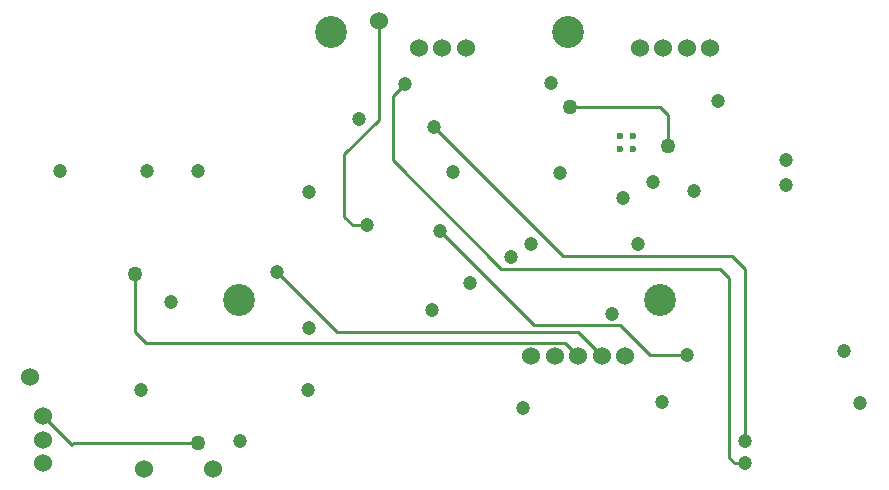
<source format=gbl>
G04 Layer_Physical_Order=4*
G04 Layer_Color=16711680*
%FSLAX44Y44*%
%MOMM*%
G71*
G01*
G75*
%ADD23C,0.2540*%
%ADD24C,1.5240*%
%ADD25C,2.7000*%
%ADD26C,1.2000*%
%ADD27C,1.2700*%
%ADD28C,0.6000*%
D23*
X327000Y350000D02*
X337000Y360000D01*
X327000Y296000D02*
Y350000D01*
Y296000D02*
X419000Y204000D01*
X625000Y58000D02*
Y204000D01*
X616700Y39300D02*
X625000D01*
X612000Y44000D02*
X616700Y39300D01*
X612000Y44000D02*
Y196000D01*
X604000Y204000D02*
X612000Y196000D01*
X625000Y39300D02*
X626000D01*
X614000Y215000D02*
X625000Y204000D01*
X419000D02*
X604000D01*
X471000Y215000D02*
X614000D01*
X545000Y131000D02*
X576000D01*
X286000Y301000D02*
X315000Y330000D01*
Y414000D01*
X286000Y248000D02*
Y301000D01*
X477000Y341000D02*
X553000D01*
X560000Y334000D01*
Y308000D02*
Y334000D01*
X286000Y248000D02*
X293000Y241000D01*
X305000D01*
X473110Y140890D02*
X484000Y130000D01*
X109000Y150000D02*
Y199000D01*
X484000Y150000D02*
X504000Y130000D01*
X109000Y150000D02*
X118110Y140890D01*
X473110D01*
X280000Y150000D02*
X484000D01*
X229000Y201000D02*
X280000Y150000D01*
X362000Y324000D02*
X471000Y215000D01*
X366822Y236178D02*
X446770Y156230D01*
X519770D01*
X545000Y131000D01*
X31000Y79000D02*
X55000Y55000D01*
X56000Y56000D01*
X162000D01*
D24*
X31000Y39000D02*
D03*
Y59000D02*
D03*
Y79000D02*
D03*
X315000Y414000D02*
D03*
X20000Y112000D02*
D03*
X175000Y34000D02*
D03*
X116000D02*
D03*
X349000Y391000D02*
D03*
X369000D02*
D03*
X389000D02*
D03*
X596000D02*
D03*
X536000D02*
D03*
X556000D02*
D03*
X576000D02*
D03*
X444000Y130000D02*
D03*
X484000D02*
D03*
X504000D02*
D03*
X524000D02*
D03*
X464000D02*
D03*
D25*
X275000Y404000D02*
D03*
X475000D02*
D03*
X196550Y177500D02*
D03*
X553450D02*
D03*
D26*
X547000Y277000D02*
D03*
X625000Y58000D02*
D03*
Y39300D02*
D03*
X555000Y91000D02*
D03*
X576000Y131000D02*
D03*
X298000Y331000D02*
D03*
X535000Y225000D02*
D03*
X522000Y264000D02*
D03*
X114000Y101000D02*
D03*
X461000Y361000D02*
D03*
X198000Y58000D02*
D03*
X229000Y201000D02*
D03*
X255000Y101000D02*
D03*
X45000Y287000D02*
D03*
X602000Y346000D02*
D03*
X512500Y165500D02*
D03*
X469000Y285000D02*
D03*
X392000Y192000D02*
D03*
X378000Y286000D02*
D03*
X582000Y270000D02*
D03*
X660000Y275000D02*
D03*
Y296000D02*
D03*
X360000Y169000D02*
D03*
X437000Y86000D02*
D03*
X709100Y133900D02*
D03*
X723000Y90000D02*
D03*
X305000Y241000D02*
D03*
X256000Y269000D02*
D03*
X119000Y287000D02*
D03*
X139000Y176000D02*
D03*
X256500Y153500D02*
D03*
X162000Y287000D02*
D03*
X337000Y360000D02*
D03*
X362000Y324000D02*
D03*
X427000Y214000D02*
D03*
X444000Y225000D02*
D03*
X366822Y236178D02*
D03*
D27*
X477000Y341000D02*
D03*
X560000Y308000D02*
D03*
X109000Y199000D02*
D03*
X162000Y56000D02*
D03*
D28*
X519000Y305500D02*
D03*
X530000Y316500D02*
D03*
Y305500D02*
D03*
X519000Y316500D02*
D03*
M02*

</source>
